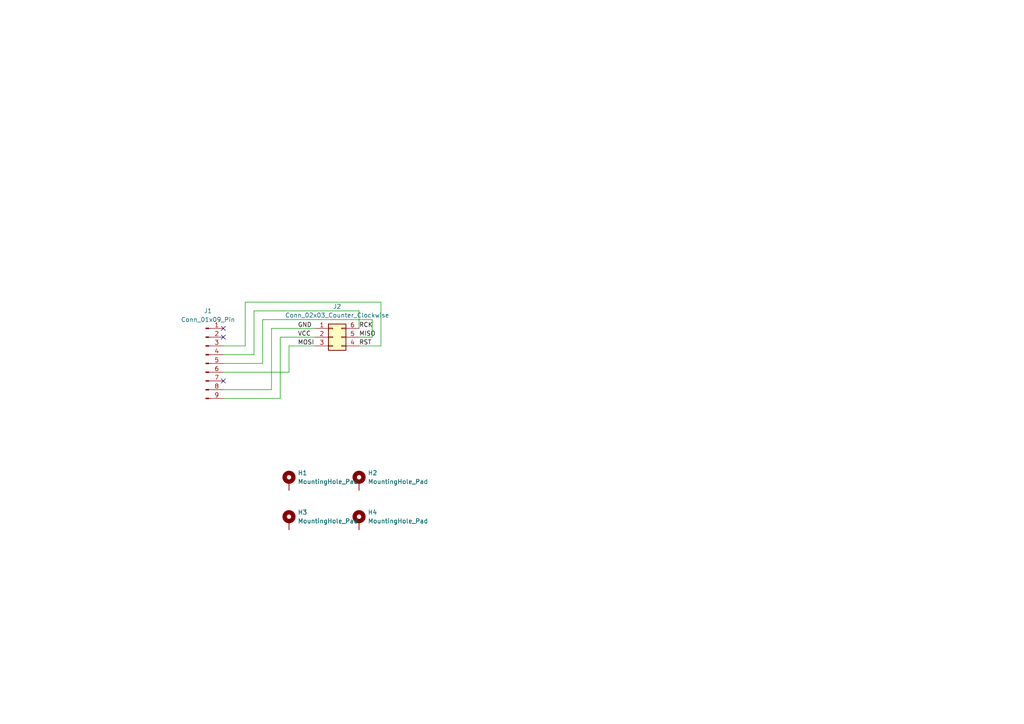
<source format=kicad_sch>
(kicad_sch (version 20231120) (generator "eeschema") (generator_version "8.0")
  (paper "A4")
  (lib_symbols
    (symbol "Connector:Conn_01x09_Pin" (pin_names (offset 1.016) hide)
      (property "Reference" "J" (at 0 12.7 0))
      (property "Value" "Conn_01x09_Pin" (at 0 -12.7 0))
      (symbol "Conn_01x09_Pin_1_1"
        (polyline (pts (xy 1.27 -10.16) (xy 0.8636 -10.16)) (stroke (width 0.1524)))
        (polyline (pts (xy 1.27 -7.62) (xy 0.8636 -7.62)) (stroke (width 0.1524)))
        (polyline (pts (xy 1.27 -5.08) (xy 0.8636 -5.08)) (stroke (width 0.1524)))
        (polyline (pts (xy 1.27 -2.54) (xy 0.8636 -2.54)) (stroke (width 0.1524)))
        (polyline (pts (xy 1.27 0) (xy 0.8636 0)) (stroke (width 0.1524)))
        (polyline (pts (xy 1.27 2.54) (xy 0.8636 2.54)) (stroke (width 0.1524)))
        (polyline (pts (xy 1.27 5.08) (xy 0.8636 5.08)) (stroke (width 0.1524)))
        (polyline (pts (xy 1.27 7.62) (xy 0.8636 7.62)) (stroke (width 0.1524)))
        (polyline (pts (xy 1.27 10.16) (xy 0.8636 10.16)) (stroke (width 0.1524)))
        (rectangle (start 0.8636 -10.033) (end 0 -10.287) (stroke (width 0.1524)) (fill (type outline)))
        (rectangle (start 0.8636 -7.493) (end 0 -7.747) (stroke (width 0.1524)) (fill (type outline)))
        (rectangle (start 0.8636 -4.953) (end 0 -5.207) (stroke (width 0.1524)) (fill (type outline)))
        (rectangle (start 0.8636 -2.413) (end 0 -2.667) (stroke (width 0.1524)) (fill (type outline)))
        (rectangle (start 0.8636 0.127) (end 0 -0.127) (stroke (width 0.1524)) (fill (type outline)))
        (rectangle (start 0.8636 2.667) (end 0 2.413) (stroke (width 0.1524)) (fill (type outline)))
        (rectangle (start 0.8636 5.207) (end 0 4.953) (stroke (width 0.1524)) (fill (type outline)))
        (rectangle (start 0.8636 7.747) (end 0 7.493) (stroke (width 0.1524)) (fill (type outline)))
        (rectangle (start 0.8636 10.287) (end 0 10.033) (stroke (width 0.1524)) (fill (type outline)))
        (pin passive line (at 5.08 10.16 180) (length 3.81) (name "Pin_1") (number "1"))
        (pin passive line (at 5.08 7.62 180) (length 3.81) (name "Pin_2") (number "2"))
        (pin passive line (at 5.08 5.08 180) (length 3.81) (name "Pin_3") (number "3"))
        (pin passive line (at 5.08 2.54 180) (length 3.81) (name "Pin_4") (number "4"))
        (pin passive line (at 5.08 0 180) (length 3.81) (name "Pin_5") (number "5"))
        (pin passive line (at 5.08 -2.54 180) (length 3.81) (name "Pin_6") (number "6"))
        (pin passive line (at 5.08 -5.08 180) (length 3.81) (name "Pin_7") (number "7"))
        (pin passive line (at 5.08 -7.62 180) (length 3.81) (name "Pin_8") (number "8"))
        (pin passive line (at 5.08 -10.16 180) (length 3.81) (name "Pin_9") (number "9"))
      )
    )
    (symbol "Connector_Generic:Conn_02x03_Counter_Clockwise" (pin_names (offset 1.016) hide)
      (property "Reference" "J" (at 1.27 5.08 0))
      (property "Value" "Conn_02x03_Counter_Clockwise" (at 1.27 -5.08 0))
      (symbol "Conn_02x03_Counter_Clockwise_1_1"
        (rectangle (start -1.27 -2.413) (end 0 -2.667) (stroke (width 0.1524)))
        (rectangle (start -1.27 0.127) (end 0 -0.127) (stroke (width 0.1524)))
        (rectangle (start -1.27 2.667) (end 0 2.413) (stroke (width 0.1524)))
        (rectangle (start -1.27 3.81) (end 3.81 -3.81) (stroke (width 0.254)) (fill (type background)))
        (rectangle (start 3.81 -2.413) (end 2.54 -2.667) (stroke (width 0.1524)))
        (rectangle (start 3.81 0.127) (end 2.54 -0.127) (stroke (width 0.1524)))
        (rectangle (start 3.81 2.667) (end 2.54 2.413) (stroke (width 0.1524)))
        (pin passive line (at -5.08 2.54 0) (length 3.81) (name "Pin_1") (number "1"))
        (pin passive line (at -5.08 0 0) (length 3.81) (name "Pin_2") (number "2"))
        (pin passive line (at -5.08 -2.54 0) (length 3.81) (name "Pin_3") (number "3"))
        (pin passive line (at 7.62 -2.54 180) (length 3.81) (name "Pin_4") (number "4"))
        (pin passive line (at 7.62 0 180) (length 3.81) (name "Pin_5") (number "5"))
        (pin passive line (at 7.62 2.54 180) (length 3.81) (name "Pin_6") (number "6"))
      )
    )
    (symbol "Mechanical:MountingHole_Pad" (pin_numbers hide) (pin_names (offset 1.016) hide) (exclude_from_sim yes) (in_bom no)
      (property "Reference" "H" (at 0 6.35 0))
      (property "Value" "MountingHole_Pad" (at 0 4.445 0))
      (symbol "MountingHole_Pad_0_1"
        (circle (center 0 1.27) (radius 1.27) (stroke (width 1.27)))
      )
      (symbol "MountingHole_Pad_1_1"
        (pin input line (at 0 -2.54 90) (length 2.54) (name "1") (number "1"))
      )
    )
  )
  (no_connect (at 64.77 97.79))
  (no_connect (at 64.77 95.25))
  (no_connect (at 64.77 110.49))
  (wire (pts (xy 64.77 115.57) (xy 81.28 115.57)))
  (wire (pts (xy 107.95 97.79) (xy 104.14 97.79)))
  (wire (pts (xy 81.28 115.57) (xy 81.28 97.79)))
  (wire (pts (xy 78.74 113.03) (xy 78.74 95.25)))
  (wire (pts (xy 64.77 105.41) (xy 76.2 105.41)))
  (wire (pts (xy 78.74 95.25) (xy 91.44 95.25)))
  (wire (pts (xy 73.66 102.87) (xy 73.66 90.17)))
  (wire (pts (xy 83.82 107.95) (xy 83.82 100.33)))
  (wire (pts (xy 64.77 100.33) (xy 71.12 100.33)))
  (wire (pts (xy 110.49 100.33) (xy 104.14 100.33)))
  (wire (pts (xy 81.28 97.79) (xy 91.44 97.79)))
  (wire (pts (xy 71.12 100.33) (xy 71.12 87.63)))
  (wire (pts (xy 64.77 102.87) (xy 73.66 102.87)))
  (wire (pts (xy 104.14 90.17) (xy 104.14 95.25)))
  (wire (pts (xy 76.2 105.41) (xy 76.2 92.71)))
  (wire (pts (xy 73.66 90.17) (xy 104.14 90.17)))
  (wire (pts (xy 107.95 92.71) (xy 107.95 97.79)))
  (wire (pts (xy 64.77 113.03) (xy 78.74 113.03)))
  (wire (pts (xy 76.2 92.71) (xy 107.95 92.71)))
  (wire (pts (xy 110.49 87.63) (xy 110.49 100.33)))
  (wire (pts (xy 64.77 107.95) (xy 83.82 107.95)))
  (wire (pts (xy 83.82 100.33) (xy 91.44 100.33)))
  (wire (pts (xy 71.12 87.63) (xy 110.49 87.63)))
  (label "RST" (at 104.14 100.33 0))
  (label "RCK" (at 104.14 95.25 0))
  (label "MOSI" (at 86.36 100.33 0))
  (label "MISO" (at 104.14 97.79 0))
  (label "GND" (at 86.36 95.25 0))
  (label "VCC" (at 86.36 97.79 0))
  (symbol (lib_id "Mechanical:MountingHole_Pad") (at 83.82 151.13 0) (unit 1) (exclude_from_sim yes) (in_bom no)
    (property "Reference" "H3" (at 86.36 148.5899 0) (effects (justify left)))
    (property "Value" "MountingHole_Pad" (at 86.36 151.1299 0) (effects (justify left)))
    (property "Footprint" "MountingHole:MountingHole_4mm_Pad" (effects (hide yes)))
    (property "Description" "Mounting Hole with connection" (effects (hide yes)))
  )
  (symbol (lib_id "Connector_Generic:Conn_02x03_Counter_Clockwise") (at 96.52 97.79 0) (unit 1)
    (property "Reference" "J2" (at 97.79 88.9 0))
    (property "Value" "Conn_02x03_Counter_Clockwise" (at 97.79 91.44 0))
    (property "Footprint" "Connector_PinHeader_2.54mm:PinHeader_2x03_P2.54mm_Vertical" (effects (hide yes)))
    (property "Description" "Generic connector, double row, 02x03, counter clockwise pin numbering scheme (similar to DIP package numbering), script generated (kicad-library-utils/schlib/autogen/connector/)" (effects (hide yes)))
  )
  (symbol (lib_id "Mechanical:MountingHole_Pad") (at 104.14 139.7 0) (unit 1) (exclude_from_sim yes) (in_bom no)
    (property "Reference" "H2" (at 106.68 137.1599 0) (effects (justify left)))
    (property "Value" "MountingHole_Pad" (at 106.68 139.6999 0) (effects (justify left)))
    (property "Footprint" "MountingHole:MountingHole_4mm_Pad" (effects (hide yes)))
    (property "Description" "Mounting Hole with connection" (effects (hide yes)))
  )
  (symbol (lib_id "Mechanical:MountingHole_Pad") (at 104.14 151.13 0) (unit 1) (exclude_from_sim yes) (in_bom no)
    (property "Reference" "H4" (at 106.68 148.5899 0) (effects (justify left)))
    (property "Value" "MountingHole_Pad" (at 106.68 151.1299 0) (effects (justify left)))
    (property "Footprint" "MountingHole:MountingHole_4mm_Pad" (effects (hide yes)))
    (property "Description" "Mounting Hole with connection" (effects (hide yes)))
  )
  (symbol (lib_id "Mechanical:MountingHole_Pad") (at 83.82 139.7 0) (unit 1) (exclude_from_sim yes) (in_bom no)
    (property "Reference" "H1" (at 86.36 137.1599 0) (effects (justify left)))
    (property "Value" "MountingHole_Pad" (at 86.36 139.6999 0) (effects (justify left)))
    (property "Footprint" "MountingHole:MountingHole_4mm_Pad" (effects (hide yes)))
    (property "Description" "Mounting Hole with connection" (effects (hide yes)))
  )
  (symbol (lib_id "Connector:Conn_01x09_Pin") (at 59.69 105.41 0) (unit 1)
    (property "Reference" "J1" (at 60.325 90.17 0))
    (property "Value" "Conn_01x09_Pin" (at 60.325 92.71 0))
    (property "Footprint" "Connector_PinHeader_2.54mm:PinHeader_1x09_P2.54mm_Vertical" (effects (hide yes)))
    (property "Description" "Generic connector, single row, 01x09, script generated" (effects (hide yes)))
  )
)
</source>
